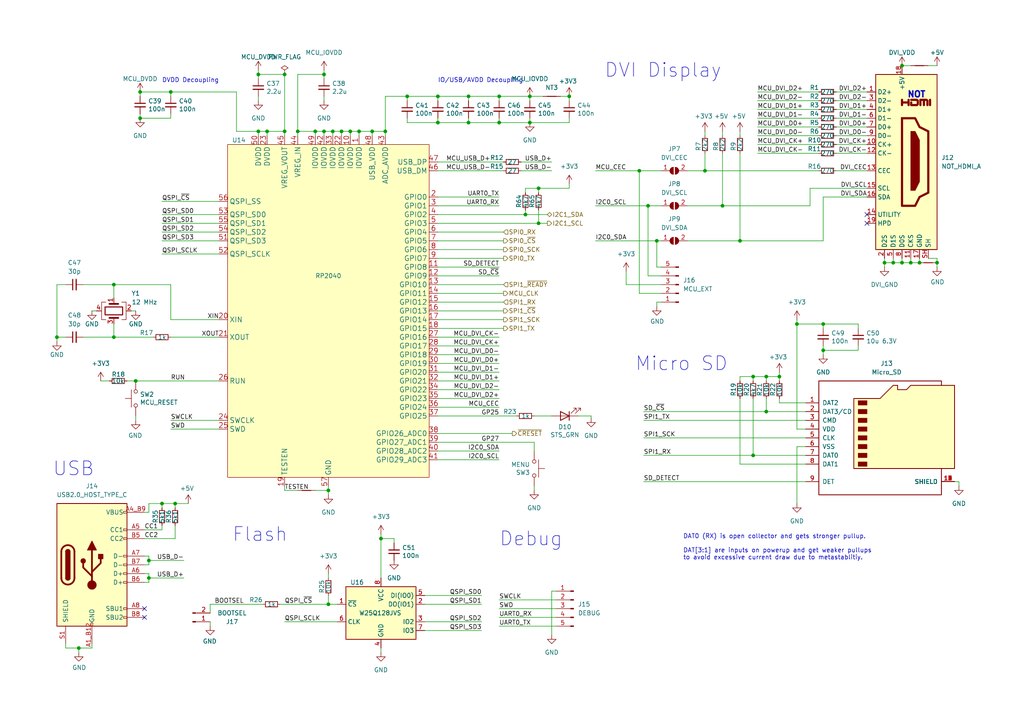
<source format=kicad_sch>
(kicad_sch (version 20211123) (generator eeschema)
  (paper "A4")
  (junction (at 101.6 38.1))
  (junction (at 93.98 21.59))
  (junction (at 74.93 21.59))
  (junction (at 238.76 93.98))
  (junction (at 77.47 38.1))
  (junction (at 218.44 109.22))
  (junction (at 43.18 162.56))
  (junction (at 231.14 93.98))
  (junction (at 144.78 35.56))
  (junction (at 86.36 38.1))
  (junction (at 271.78 76.2))
  (junction (at 127 35.56))
  (junction (at 39.37 110.49))
  (junction (at 118.11 27.94))
  (junction (at 185.42 49.53))
  (junction (at 127 27.94))
  (junction (at 264.16 76.2))
  (junction (at 152.4 62.23))
  (junction (at 95.25 142.24))
  (junction (at 22.86 187.96))
  (junction (at 204.47 49.53))
  (junction (at 33.02 82.55))
  (junction (at 218.44 132.08))
  (junction (at 49.53 26.67))
  (junction (at 135.89 35.56))
  (junction (at 16.51 97.79))
  (junction (at 214.63 69.85))
  (junction (at 153.67 27.94))
  (junction (at 82.55 38.1))
  (junction (at 40.64 26.67))
  (junction (at 96.52 38.1))
  (junction (at 135.89 27.94))
  (junction (at 74.93 38.1))
  (junction (at 238.76 101.6))
  (junction (at 110.49 156.21))
  (junction (at 259.08 76.2))
  (junction (at 256.54 76.2))
  (junction (at 187.96 59.69))
  (junction (at 95.25 175.26))
  (junction (at 222.25 109.22))
  (junction (at 33.02 97.79))
  (junction (at 111.76 38.1))
  (junction (at 209.55 59.69))
  (junction (at 266.7 76.2))
  (junction (at 50.8 146.05))
  (junction (at 46.99 146.05))
  (junction (at 99.06 38.1))
  (junction (at 261.62 19.05))
  (junction (at 165.1 27.94))
  (junction (at 261.62 76.2))
  (junction (at 156.21 54.61))
  (junction (at 222.25 119.38))
  (junction (at 153.67 35.56))
  (junction (at 190.5 69.85))
  (junction (at 156.21 64.77))
  (junction (at 82.55 21.59))
  (junction (at 93.98 38.1))
  (junction (at 43.18 167.64))
  (junction (at 226.06 109.22))
  (junction (at 144.78 27.94))
  (junction (at 104.14 38.1))
  (junction (at 107.95 38.1))
  (junction (at 40.64 34.29))
  (junction (at 91.44 38.1))
  (no_connect (at 251.46 62.23))
  (no_connect (at 251.46 64.77))
  (no_connect (at 41.91 176.53))
  (no_connect (at 41.91 179.07))
  (wire (pts (xy 153.67 27.94) (xy 153.67 29.21)))
  (wire (pts (xy 81.28 175.26) (xy 95.25 175.26)))
  (wire (pts (xy 111.76 27.94) (xy 111.76 38.1)))
  (wire (pts (xy 185.42 49.53) (xy 191.77 49.53)))
  (wire (pts (xy 41.91 156.21) (xy 50.8 156.21)))
  (wire (pts (xy 118.11 27.94) (xy 127 27.94)))
  (wire (pts (xy 156.21 60.96) (xy 156.21 64.77)))
  (wire (pts (xy 22.86 187.96) (xy 22.86 189.23)))
  (wire (pts (xy 127 87.63) (xy 146.05 87.63)))
  (wire (pts (xy 49.53 121.92) (xy 63.5 121.92)))
  (wire (pts (xy 39.37 110.49) (xy 63.5 110.49)))
  (wire (pts (xy 242.57 31.75) (xy 251.46 31.75)))
  (wire (pts (xy 226.06 109.22) (xy 226.06 110.49)))
  (wire (pts (xy 237.49 36.83) (xy 219.71 36.83)))
  (wire (pts (xy 127 59.69) (xy 144.78 59.69)))
  (wire (pts (xy 144.78 27.94) (xy 153.67 27.94)))
  (wire (pts (xy 60.96 180.34) (xy 60.96 181.61)))
  (wire (pts (xy 127 92.71) (xy 146.05 92.71)))
  (wire (pts (xy 49.53 124.46) (xy 63.5 124.46)))
  (wire (pts (xy 74.93 21.59) (xy 74.93 22.86)))
  (wire (pts (xy 256.54 76.2) (xy 256.54 77.47)))
  (wire (pts (xy 187.96 59.69) (xy 191.77 59.69)))
  (wire (pts (xy 101.6 38.1) (xy 99.06 38.1)))
  (wire (pts (xy 127 27.94) (xy 127 29.21)))
  (wire (pts (xy 191.77 80.01) (xy 187.96 80.01)))
  (wire (pts (xy 127 49.53) (xy 146.05 49.53)))
  (wire (pts (xy 95.25 167.64) (xy 95.25 166.37)))
  (wire (pts (xy 242.57 44.45) (xy 251.46 44.45)))
  (wire (pts (xy 237.49 44.45) (xy 219.71 44.45)))
  (wire (pts (xy 231.14 93.98) (xy 231.14 124.46)))
  (wire (pts (xy 127 110.49) (xy 144.78 110.49)))
  (wire (pts (xy 24.13 97.79) (xy 33.02 97.79)))
  (wire (pts (xy 127 67.31) (xy 146.05 67.31)))
  (wire (pts (xy 127 90.17) (xy 146.05 90.17)))
  (wire (pts (xy 151.13 46.99) (xy 160.02 46.99)))
  (wire (pts (xy 156.21 54.61) (xy 156.21 55.88)))
  (wire (pts (xy 49.53 82.55) (xy 49.53 92.71)))
  (wire (pts (xy 77.47 38.1) (xy 77.47 39.37)))
  (wire (pts (xy 127 85.09) (xy 146.05 85.09)))
  (wire (pts (xy 162.56 27.94) (xy 165.1 27.94)))
  (wire (pts (xy 269.24 74.93) (xy 271.78 74.93)))
  (wire (pts (xy 161.29 171.45) (xy 160.02 171.45)))
  (wire (pts (xy 271.78 74.93) (xy 271.78 76.2)))
  (wire (pts (xy 101.6 38.1) (xy 101.6 39.37)))
  (wire (pts (xy 127 74.93) (xy 146.05 74.93)))
  (wire (pts (xy 46.99 146.05) (xy 46.99 147.32)))
  (wire (pts (xy 248.92 93.98) (xy 248.92 95.25)))
  (wire (pts (xy 127 80.01) (xy 144.78 80.01)))
  (wire (pts (xy 24.13 82.55) (xy 33.02 82.55)))
  (wire (pts (xy 127 72.39) (xy 146.05 72.39)))
  (wire (pts (xy 43.18 146.05) (xy 43.18 148.59)))
  (wire (pts (xy 218.44 132.08) (xy 233.68 132.08)))
  (wire (pts (xy 40.64 26.67) (xy 49.53 26.67)))
  (wire (pts (xy 99.06 38.1) (xy 99.06 39.37)))
  (wire (pts (xy 185.42 85.09) (xy 185.42 49.53)))
  (wire (pts (xy 237.49 39.37) (xy 219.71 39.37)))
  (wire (pts (xy 135.89 27.94) (xy 144.78 27.94)))
  (wire (pts (xy 238.76 101.6) (xy 248.92 101.6)))
  (wire (pts (xy 238.76 69.85) (xy 238.76 57.15)))
  (wire (pts (xy 99.06 38.1) (xy 96.52 38.1)))
  (wire (pts (xy 111.76 38.1) (xy 107.95 38.1)))
  (wire (pts (xy 19.05 187.96) (xy 22.86 187.96)))
  (wire (pts (xy 234.95 54.61) (xy 251.46 54.61)))
  (wire (pts (xy 271.78 19.05) (xy 269.24 19.05)))
  (wire (pts (xy 127 105.41) (xy 144.78 105.41)))
  (wire (pts (xy 226.06 116.84) (xy 226.06 115.57)))
  (wire (pts (xy 214.63 134.62) (xy 233.68 134.62)))
  (wire (pts (xy 204.47 44.45) (xy 204.47 49.53)))
  (wire (pts (xy 237.49 31.75) (xy 219.71 31.75)))
  (wire (pts (xy 276.86 139.7) (xy 278.13 139.7)))
  (wire (pts (xy 152.4 54.61) (xy 156.21 54.61)))
  (wire (pts (xy 95.25 175.26) (xy 97.79 175.26)))
  (wire (pts (xy 214.63 69.85) (xy 238.76 69.85)))
  (wire (pts (xy 271.78 76.2) (xy 271.78 77.47)))
  (wire (pts (xy 139.7 182.88) (xy 123.19 182.88)))
  (wire (pts (xy 82.55 21.59) (xy 82.55 38.1)))
  (wire (pts (xy 41.91 161.29) (xy 43.18 161.29)))
  (wire (pts (xy 218.44 115.57) (xy 218.44 132.08)))
  (wire (pts (xy 127 102.87) (xy 144.78 102.87)))
  (wire (pts (xy 153.67 34.29) (xy 153.67 35.56)))
  (wire (pts (xy 110.49 156.21) (xy 110.49 167.64)))
  (wire (pts (xy 26.67 186.69) (xy 26.67 187.96)))
  (wire (pts (xy 153.67 35.56) (xy 144.78 35.56)))
  (wire (pts (xy 16.51 82.55) (xy 16.51 97.79)))
  (wire (pts (xy 49.53 26.67) (xy 68.58 26.67)))
  (wire (pts (xy 144.78 35.56) (xy 135.89 35.56)))
  (wire (pts (xy 110.49 154.94) (xy 110.49 156.21)))
  (wire (pts (xy 49.53 92.71) (xy 63.5 92.71)))
  (wire (pts (xy 222.25 109.22) (xy 222.25 110.49)))
  (wire (pts (xy 49.53 26.67) (xy 49.53 27.94)))
  (wire (pts (xy 144.78 179.07) (xy 161.29 179.07)))
  (wire (pts (xy 191.77 85.09) (xy 185.42 85.09)))
  (wire (pts (xy 46.99 153.67) (xy 46.99 152.4)))
  (wire (pts (xy 49.53 97.79) (xy 63.5 97.79)))
  (wire (pts (xy 209.55 59.69) (xy 234.95 59.69)))
  (wire (pts (xy 82.55 142.24) (xy 86.36 142.24)))
  (wire (pts (xy 127 35.56) (xy 118.11 35.56)))
  (wire (pts (xy 144.78 176.53) (xy 161.29 176.53)))
  (wire (pts (xy 41.91 163.83) (xy 43.18 163.83)))
  (wire (pts (xy 46.99 67.31) (xy 63.5 67.31)))
  (wire (pts (xy 107.95 38.1) (xy 107.95 39.37)))
  (wire (pts (xy 158.75 62.23) (xy 152.4 62.23)))
  (wire (pts (xy 186.69 119.38) (xy 222.25 119.38)))
  (wire (pts (xy 158.75 64.77) (xy 156.21 64.77)))
  (wire (pts (xy 95.25 140.97) (xy 95.25 142.24)))
  (wire (pts (xy 233.68 129.54) (xy 231.14 129.54)))
  (wire (pts (xy 181.61 82.55) (xy 181.61 78.74)))
  (wire (pts (xy 237.49 29.21) (xy 219.71 29.21)))
  (wire (pts (xy 16.51 97.79) (xy 19.05 97.79)))
  (wire (pts (xy 26.67 90.17) (xy 27.94 90.17)))
  (wire (pts (xy 209.55 44.45) (xy 209.55 59.69)))
  (wire (pts (xy 43.18 161.29) (xy 43.18 162.56)))
  (wire (pts (xy 86.36 21.59) (xy 93.98 21.59)))
  (wire (pts (xy 77.47 38.1) (xy 74.93 38.1)))
  (wire (pts (xy 172.72 49.53) (xy 185.42 49.53)))
  (wire (pts (xy 74.93 21.59) (xy 82.55 21.59)))
  (wire (pts (xy 160.02 171.45) (xy 160.02 184.15)))
  (wire (pts (xy 91.44 142.24) (xy 95.25 142.24)))
  (wire (pts (xy 41.91 148.59) (xy 43.18 148.59)))
  (wire (pts (xy 187.96 80.01) (xy 187.96 59.69)))
  (wire (pts (xy 214.63 39.37) (xy 214.63 38.1)))
  (wire (pts (xy 190.5 77.47) (xy 190.5 69.85)))
  (wire (pts (xy 165.1 34.29) (xy 165.1 35.56)))
  (wire (pts (xy 144.78 133.35) (xy 127 133.35)))
  (wire (pts (xy 261.62 74.93) (xy 261.62 76.2)))
  (wire (pts (xy 214.63 109.22) (xy 218.44 109.22)))
  (wire (pts (xy 29.21 110.49) (xy 31.75 110.49)))
  (wire (pts (xy 238.76 101.6) (xy 238.76 100.33)))
  (wire (pts (xy 68.58 26.67) (xy 68.58 38.1)))
  (wire (pts (xy 118.11 35.56) (xy 118.11 34.29)))
  (wire (pts (xy 234.95 59.69) (xy 234.95 54.61)))
  (wire (pts (xy 154.94 120.65) (xy 160.02 120.65)))
  (wire (pts (xy 49.53 34.29) (xy 40.64 34.29)))
  (wire (pts (xy 91.44 38.1) (xy 91.44 39.37)))
  (wire (pts (xy 60.96 175.26) (xy 60.96 177.8)))
  (wire (pts (xy 153.67 27.94) (xy 157.48 27.94)))
  (wire (pts (xy 222.25 119.38) (xy 233.68 119.38)))
  (wire (pts (xy 199.39 59.69) (xy 209.55 59.69)))
  (wire (pts (xy 199.39 49.53) (xy 204.47 49.53)))
  (wire (pts (xy 190.5 69.85) (xy 191.77 69.85)))
  (wire (pts (xy 152.4 60.96) (xy 152.4 62.23)))
  (wire (pts (xy 242.57 39.37) (xy 251.46 39.37)))
  (wire (pts (xy 214.63 44.45) (xy 214.63 69.85)))
  (wire (pts (xy 46.99 146.05) (xy 50.8 146.05)))
  (wire (pts (xy 139.7 180.34) (xy 123.19 180.34)))
  (wire (pts (xy 74.93 27.94) (xy 74.93 29.21)))
  (wire (pts (xy 186.69 132.08) (xy 218.44 132.08)))
  (wire (pts (xy 135.89 27.94) (xy 135.89 29.21)))
  (wire (pts (xy 46.99 62.23) (xy 63.5 62.23)))
  (wire (pts (xy 40.64 26.67) (xy 40.64 27.94)))
  (wire (pts (xy 264.16 74.93) (xy 264.16 76.2)))
  (wire (pts (xy 242.57 26.67) (xy 251.46 26.67)))
  (wire (pts (xy 135.89 34.29) (xy 135.89 35.56)))
  (wire (pts (xy 127 120.65) (xy 149.86 120.65)))
  (wire (pts (xy 127 69.85) (xy 146.05 69.85)))
  (wire (pts (xy 114.3 157.48) (xy 114.3 156.21)))
  (wire (pts (xy 33.02 82.55) (xy 33.02 86.36)))
  (wire (pts (xy 278.13 139.7) (xy 278.13 140.97)))
  (wire (pts (xy 93.98 38.1) (xy 91.44 38.1)))
  (wire (pts (xy 256.54 76.2) (xy 259.08 76.2)))
  (wire (pts (xy 256.54 74.93) (xy 256.54 76.2)))
  (wire (pts (xy 41.91 153.67) (xy 46.99 153.67)))
  (wire (pts (xy 237.49 34.29) (xy 219.71 34.29)))
  (wire (pts (xy 104.14 39.37) (xy 104.14 38.1)))
  (wire (pts (xy 43.18 162.56) (xy 53.34 162.56)))
  (wire (pts (xy 127 125.73) (xy 148.59 125.73)))
  (wire (pts (xy 93.98 38.1) (xy 93.98 39.37)))
  (wire (pts (xy 127 57.15) (xy 144.78 57.15)))
  (wire (pts (xy 127 97.79) (xy 144.78 97.79)))
  (wire (pts (xy 264.16 76.2) (xy 266.7 76.2)))
  (wire (pts (xy 110.49 156.21) (xy 114.3 156.21)))
  (wire (pts (xy 16.51 97.79) (xy 16.51 99.06)))
  (wire (pts (xy 214.63 134.62) (xy 214.63 115.57)))
  (wire (pts (xy 165.1 35.56) (xy 153.67 35.56)))
  (wire (pts (xy 43.18 167.64) (xy 43.18 168.91)))
  (wire (pts (xy 264.16 19.05) (xy 261.62 19.05)))
  (wire (pts (xy 222.25 109.22) (xy 226.06 109.22)))
  (wire (pts (xy 172.72 59.69) (xy 187.96 59.69)))
  (wire (pts (xy 238.76 102.87) (xy 238.76 101.6)))
  (wire (pts (xy 74.93 20.32) (xy 74.93 21.59)))
  (wire (pts (xy 222.25 115.57) (xy 222.25 119.38)))
  (wire (pts (xy 33.02 82.55) (xy 49.53 82.55)))
  (wire (pts (xy 231.14 92.71) (xy 231.14 93.98)))
  (wire (pts (xy 214.63 110.49) (xy 214.63 109.22)))
  (wire (pts (xy 233.68 116.84) (xy 226.06 116.84)))
  (wire (pts (xy 49.53 33.02) (xy 49.53 34.29)))
  (wire (pts (xy 46.99 64.77) (xy 63.5 64.77)))
  (wire (pts (xy 242.57 49.53) (xy 251.46 49.53)))
  (wire (pts (xy 191.77 87.63) (xy 190.5 87.63)))
  (wire (pts (xy 231.14 93.98) (xy 238.76 93.98)))
  (wire (pts (xy 152.4 62.23) (xy 127 62.23)))
  (wire (pts (xy 259.08 74.93) (xy 259.08 76.2)))
  (wire (pts (xy 110.49 187.96) (xy 110.49 189.23)))
  (wire (pts (xy 237.49 41.91) (xy 219.71 41.91)))
  (wire (pts (xy 22.86 187.96) (xy 26.67 187.96)))
  (wire (pts (xy 248.92 101.6) (xy 248.92 100.33)))
  (wire (pts (xy 231.14 129.54) (xy 231.14 146.05)))
  (wire (pts (xy 242.57 41.91) (xy 251.46 41.91)))
  (wire (pts (xy 46.99 58.42) (xy 63.5 58.42)))
  (wire (pts (xy 50.8 156.21) (xy 50.8 152.4)))
  (wire (pts (xy 43.18 166.37) (xy 43.18 167.64)))
  (wire (pts (xy 50.8 146.05) (xy 50.8 147.32)))
  (wire (pts (xy 60.96 175.26) (xy 76.2 175.26)))
  (wire (pts (xy 165.1 53.34) (xy 165.1 54.61)))
  (wire (pts (xy 86.36 38.1) (xy 86.36 21.59)))
  (wire (pts (xy 144.78 173.99) (xy 161.29 173.99)))
  (wire (pts (xy 167.64 120.65) (xy 171.45 120.65)))
  (wire (pts (xy 233.68 124.46) (xy 231.14 124.46)))
  (wire (pts (xy 172.72 69.85) (xy 190.5 69.85)))
  (wire (pts (xy 19.05 186.69) (xy 19.05 187.96)))
  (wire (pts (xy 19.05 82.55) (xy 16.51 82.55)))
  (wire (pts (xy 127 77.47) (xy 144.78 77.47)))
  (wire (pts (xy 127 115.57) (xy 144.78 115.57)))
  (wire (pts (xy 118.11 27.94) (xy 111.76 27.94)))
  (wire (pts (xy 151.13 49.53) (xy 160.02 49.53)))
  (wire (pts (xy 46.99 69.85) (xy 63.5 69.85)))
  (wire (pts (xy 41.91 166.37) (xy 43.18 166.37)))
  (wire (pts (xy 33.02 97.79) (xy 33.02 93.98)))
  (wire (pts (xy 156.21 54.61) (xy 165.1 54.61)))
  (wire (pts (xy 127 95.25) (xy 146.05 95.25)))
  (wire (pts (xy 238.76 95.25) (xy 238.76 93.98)))
  (wire (pts (xy 93.98 21.59) (xy 93.98 22.86)))
  (wire (pts (xy 199.39 69.85) (xy 214.63 69.85)))
  (wire (pts (xy 152.4 55.88) (xy 152.4 54.61)))
  (wire (pts (xy 186.69 127) (xy 233.68 127)))
  (wire (pts (xy 104.14 38.1) (xy 107.95 38.1)))
  (wire (pts (xy 82.55 140.97) (xy 82.55 142.24)))
  (wire (pts (xy 104.14 38.1) (xy 101.6 38.1)))
  (wire (pts (xy 139.7 175.26) (xy 123.19 175.26)))
  (wire (pts (xy 82.55 180.34) (xy 97.79 180.34)))
  (wire (pts (xy 127 113.03) (xy 144.78 113.03)))
  (wire (pts (xy 127 100.33) (xy 144.78 100.33)))
  (wire (pts (xy 86.36 39.37) (xy 86.36 38.1)))
  (wire (pts (xy 144.78 27.94) (xy 144.78 29.21)))
  (wire (pts (xy 41.91 168.91) (xy 43.18 168.91)))
  (wire (pts (xy 127 107.95) (xy 144.78 107.95)))
  (wire (pts (xy 237.49 26.67) (xy 219.71 26.67)))
  (wire (pts (xy 144.78 130.81) (xy 127 130.81)))
  (wire (pts (xy 111.76 39.37) (xy 111.76 38.1)))
  (wire (pts (xy 86.36 38.1) (xy 91.44 38.1)))
  (wire (pts (xy 218.44 109.22) (xy 222.25 109.22)))
  (wire (pts (xy 144.78 181.61) (xy 161.29 181.61)))
  (wire (pts (xy 186.69 139.7) (xy 233.68 139.7)))
  (wire (pts (xy 127 46.99) (xy 146.05 46.99)))
  (wire (pts (xy 226.06 107.95) (xy 226.06 109.22)))
  (wire (pts (xy 38.1 90.17) (xy 39.37 90.17)))
  (wire (pts (xy 43.18 146.05) (xy 46.99 146.05)))
  (wire (pts (xy 209.55 39.37) (xy 209.55 38.1)))
  (wire (pts (xy 242.57 36.83) (xy 251.46 36.83)))
  (wire (pts (xy 39.37 120.65) (xy 39.37 121.92)))
  (wire (pts (xy 68.58 38.1) (xy 74.93 38.1)))
  (wire (pts (xy 43.18 162.56) (xy 43.18 163.83)))
  (wire (pts (xy 266.7 74.93) (xy 266.7 76.2)))
  (wire (pts (xy 261.62 76.2) (xy 264.16 76.2)))
  (wire (pts (xy 242.57 29.21) (xy 251.46 29.21)))
  (wire (pts (xy 190.5 87.63) (xy 190.5 88.9)))
  (wire (pts (xy 127 34.29) (xy 127 35.56)))
  (wire (pts (xy 242.57 34.29) (xy 251.46 34.29)))
  (wire (pts (xy 191.77 82.55) (xy 181.61 82.55)))
  (wire (pts (xy 238.76 93.98) (xy 248.92 93.98)))
  (wire (pts (xy 204.47 49.53) (xy 237.49 49.53)))
  (wire (pts (xy 77.47 38.1) (xy 82.55 38.1)))
  (wire (pts (xy 127 128.27) (xy 154.94 128.27)))
  (wire (pts (xy 33.02 97.79) (xy 44.45 97.79)))
  (wire (pts (xy 118.11 29.21) (xy 118.11 27.94)))
  (wire (pts (xy 171.45 120.65) (xy 171.45 121.285)))
  (wire (pts (xy 46.99 73.66) (xy 63.5 73.66)))
  (wire (pts (xy 154.94 140.97) (xy 154.94 142.24)))
  (wire (pts (xy 218.44 109.22) (xy 218.44 110.49)))
  (wire (pts (xy 127 82.55) (xy 146.05 82.55)))
  (wire (pts (xy 165.1 27.94) (xy 165.1 29.21)))
  (wire (pts (xy 144.78 34.29) (xy 144.78 35.56)))
  (wire (pts (xy 238.76 57.15) (xy 251.46 57.15)))
  (wire (pts (xy 186.69 121.92) (xy 233.68 121.92)))
  (wire (pts (xy 96.52 38.1) (xy 96.52 39.37)))
  (wire (pts (xy 93.98 27.94) (xy 93.98 29.21)))
  (wire (pts (xy 74.93 38.1) (xy 74.93 39.37)))
  (wire (pts (xy 43.18 167.64) (xy 53.34 167.64)))
  (wire (pts (xy 154.94 128.27) (xy 154.94 130.81)))
  (wire (pts (xy 191.77 77.47) (xy 190.5 77.47)))
  (wire (pts (xy 204.47 39.37) (xy 204.47 38.1)))
  (wire (pts (xy 135.89 35.56) (xy 127 35.56)))
  (wire (pts (xy 127 118.11) (xy 144.78 118.11)))
  (wire (pts (xy 82.55 38.1) (xy 82.55 39.37)))
  (wire (pts (xy 40.64 33.02) (xy 40.64 34.29)))
  (wire (pts (xy 36.83 110.49) (xy 39.37 110.49)))
  (wire (pts (xy 95.25 142.24) (xy 95.25 143.51)))
  (wire (pts (xy 96.52 38.1) (xy 93.98 38.1)))
  (wire (pts (xy 139.7 172.72) (xy 123.19 172.72)))
  (wire (pts (xy 50.8 146.05) (xy 54.61 146.05)))
  (wire (pts (xy 93.98 20.32) (xy 93.98 21.59)))
  (wire (pts (xy 95.25 172.72) (xy 95.25 175.26)))
  (wire (pts (xy 259.08 76.2) (xy 261.62 76.2)))
  (wire (pts (xy 127 27.94) (xy 135.89 27.94)))
  (wire (pts (xy 156.21 64.77) (xy 127 64.77)))
  (text "IO/USB/AVDD Decoupling" (at 127 24.13 0) (effects (font (size 1.27 1.27)) (justify left bottom)))
  (text "DVI Display" (at 175.26 22.86 0) (effects (font (size 4 4)) (justify left bottom)))
  (text "Flash" (at 67.31 157.48 0) (effects (font (size 4 4)) (justify left bottom)))
  (text "DAT0 (RX) is open collector and gets stronger pullup.\n\nDAT[3:1] are inputs on powerup and get weaker pullups\nto avoid excessive current draw due to metastablitiy." (at 198.12 162.56 0) (effects (font (size 1.27 1.27)) (justify left bottom)))
  (text "Micro SD" (at 184.15 107.95 0) (effects (font (size 4 4)) (justify left bottom)))
  (text "Debug" (at 144.78 158.75 0) (effects (font (size 4 4)) (justify left bottom)))
  (text "USB" (at 15.24 138.43 0) (effects (font (size 4 4)) (justify left bottom)))
  (text "NOT" (at 268.605 28.575 180) (effects (font (size 1.75 1.75) (thickness 0.4) bold) (justify right bottom)))
  (text "DVDD Decoupling" (at 46.99 24.13 0) (effects (font (size 1.27 1.27)) (justify left bottom)))
  (label "QSPI_SCLK" (at 82.55 180.34 0))
  (label "I2C0_SCL" (at 172.72 59.69 0))
  (label "MCU_DVI_D2+" (at 219.71 26.67 0))
  (label "QSPI_SD2" (at 139.7 180.34 180))
  (label "MCU_DVI_CK+" (at 144.78 100.33 180))
  (label "MCU_DVI_D2-" (at 144.78 113.03 180))
  (label "I2C0_SDA" (at 172.72 69.85 0))
  (label "QSPI_SD1" (at 139.7 175.26 180))
  (label "MCU_CEC" (at 172.72 49.53 0))
  (label "SPI1_SCK" (at 186.69 127 0))
  (label "CC2" (at 41.91 156.21 0))
  (label "DVI_D1+" (at 251.46 31.75 180))
  (label "DVI_SDA" (at 251.46 57.15 180))
  (label "SWD" (at 49.53 124.46 0))
  (label "SWCLK" (at 144.78 173.99 0))
  (label "SWD" (at 144.78 176.53 0))
  (label "DVI_SCL" (at 251.46 54.61 180))
  (label "QSPI_SD0" (at 139.7 172.72 180))
  (label "MCU_DVI_D0+" (at 144.78 105.41 180))
  (label "QSPI_SD3" (at 139.7 182.88 180))
  (label "MCU_DVI_CK-" (at 144.78 97.79 180))
  (label "DVI_D1-" (at 251.46 34.29 180))
  (label "MCU_DVI_D2+" (at 144.78 115.57 180))
  (label "XOUT" (at 63.5 97.79 180))
  (label "DVI_D0+" (at 251.46 36.83 180))
  (label "SD_~{CS}" (at 186.69 119.38 0))
  (label "GP25" (at 144.78 120.65 180))
  (label "SD_DETECT" (at 186.69 139.7 0))
  (label "UART0_RX" (at 144.78 179.07 0))
  (label "SPI1_TX" (at 186.69 121.92 0))
  (label "DVI_D2-" (at 251.46 29.21 180))
  (label "BOOTSEL" (at 62.23 175.26 0))
  (label "TESTEN" (at 82.55 142.24 0))
  (label "UART0_RX" (at 144.78 59.69 180))
  (label "MCU_DVI_D1+" (at 219.71 31.75 0))
  (label "DVI_D0-" (at 251.46 39.37 180))
  (label "I2C0_SCL" (at 144.78 133.35 180))
  (label "MCU_DVI_D1+" (at 144.78 110.49 180))
  (label "SPI1_RX" (at 186.69 132.08 0))
  (label "MCU_CEC" (at 144.78 118.11 180))
  (label "MCU_DVI_D1-" (at 144.78 107.95 180))
  (label "MCU_USB_D+" (at 142.24 46.99 180))
  (label "I2C0_SDA" (at 144.78 130.81 180))
  (label "DVI_CK+" (at 251.46 41.91 180))
  (label "MCU_USB_D-" (at 142.24 49.53 180))
  (label "DVI_CEC" (at 251.46 49.53 180))
  (label "UART0_TX" (at 144.78 181.61 0))
  (label "USB_D+" (at 160.02 46.99 180))
  (label "CC1" (at 41.91 153.67 0))
  (label "SD_DETECT" (at 144.78 77.47 180))
  (label "UART0_TX" (at 144.78 57.15 180))
  (label "USB_D+" (at 53.34 167.64 180))
  (label "QSPI_SD0" (at 46.99 62.23 0))
  (label "QSPI_SD1" (at 46.99 64.77 0))
  (label "QSPI_SCLK" (at 46.99 73.66 0))
  (label "DVI_CK-" (at 251.46 44.45 180))
  (label "MCU_DVI_CK+" (at 219.71 41.91 0))
  (label "USB_D-" (at 160.02 49.53 180))
  (label "DVI_D2+" (at 251.46 26.67 180))
  (label "QSPI_SD3" (at 46.99 69.85 0))
  (label "MCU_DVI_D1-" (at 219.71 34.29 0))
  (label "MCU_DVI_D2-" (at 219.71 29.21 0))
  (label "QSPI_~{CS}" (at 82.55 175.26 0))
  (label "MCU_DVI_D0-" (at 144.78 102.87 180))
  (label "QSPI_~{CS}" (at 46.99 58.42 0))
  (label "SD_~{CS}" (at 144.78 80.01 180))
  (label "SWCLK" (at 49.53 121.92 0))
  (label "USB_D-" (at 53.34 162.56 180))
  (label "GP27" (at 144.78 128.27 180))
  (label "RUN" (at 49.53 110.49 0))
  (label "MCU_DVI_CK-" (at 219.71 44.45 0))
  (label "MCU_DVI_D0+" (at 219.71 36.83 0))
  (label "XIN" (at 63.5 92.71 180))
  (label "MCU_DVI_D0-" (at 219.71 39.37 0))
  (label "QSPI_SD2" (at 46.99 67.31 0))
  (hierarchical_label "MCU_CLK" (shape output) (at 146.05 85.09 0))
  (hierarchical_label "I2C1_SDA" (shape bidirectional) (at 158.75 62.23 0))
  (hierarchical_label "SPI1_TX" (shape output) (at 146.05 95.25 0))
  (hierarchical_label "SPI1_RX" (shape input) (at 146.05 87.63 0))
  (hierarchical_label "SPI0_TX" (shape output) (at 146.05 74.93 0))
  (hierarchical_label "I2C1_SCL" (shape output) (at 158.75 64.77 0))
  (hierarchical_label "SPI0_SCK" (shape output) (at 146.05 72.39 0))
  (hierarchical_label "SPI1_~{CS}" (shape output) (at 146.05 90.17 0))
  (hierarchical_label "SPI1_~{READY}" (shape input) (at 146.05 82.55 0))
  (hierarchical_label "~{CRESET}" (shape output) (at 148.59 125.73 0))
  (hierarchical_label "SPI1_SCK" (shape output) (at 146.05 92.71 0))
  (hierarchical_label "SPI0_~{CS}" (shape output) (at 146.05 69.85 0))
  (hierarchical_label "SPI0_RX" (shape input) (at 146.05 67.31 0))
  (symbol (lib_id "power:GND") (at 22.86 189.23 0) (unit 1)
    (property "Reference" "#PWR0166" (effects hide))
    (property "Value" "GND" (at 22.987 193.6242 0))
  )
  (symbol (lib_id "Device:NetTie_2") (at 88.9 142.24 0) (mirror y) (unit 1)
    (property "Reference" "NT5" (effects hide))
    (property "Value" "+3V3" (effects hide))
    (property "Footprint" "PET:NetTie-2_SMD_Pad_0.4_to_0.2mm" (effects hide))
  )
  (symbol (lib_id "power:GND") (at 39.37 121.92 0) (mirror y) (unit 1)
    (property "Reference" "#PWR074" (effects hide))
    (property "Value" "GND" (at 39.243 126.3142 0))
  )
  (symbol (lib_id "Device:R_Small") (at 240.03 41.91 90) (unit 1)
    (property "Reference" "R10" (at 236.22 40.64 90))
    (property "Value" "270" (at 240.03 41.91 90))
    (property "Footprint" "Resistor_SMD:R_0603_1608Metric" (effects hide))
    (property "LCSC" "C22966" (effects hide))
  )
  (symbol (lib_id "Device:C_Small") (at 127 31.75 0) (unit 1)
    (property "Reference" "C42" (at 129.3368 30.5816 0) (effects (justify left)))
    (property "Value" "100n" (at 129.3368 32.893 0) (effects (justify left)))
    (property "Footprint" "Capacitor_SMD:C_0402_1005Metric" (effects hide))
    (property "LCSC" "C1525" (effects hide))
  )
  (symbol (lib_id "Device:R_Small") (at 218.44 113.03 0) (unit 1)
    (property "Reference" "R20" (at 216.535 114.935 90) (effects (justify left)))
    (property "Value" "4k7" (at 218.44 114.935 90) (effects (justify left)))
    (property "Footprint" "Resistor_SMD:R_0402_1005Metric" (effects hide))
    (property "LCSC" "C25900" (effects hide))
  )
  (symbol (lib_id "Jumper:SolderJumper_2_Open") (at 195.58 69.85 0) (unit 1)
    (property "Reference" "JP9" (at 195.58 63.5 0))
    (property "Value" "DVI_SDA" (at 195.58 66.04 0))
    (property "Footprint" "Jumper:SolderJumper-2_P1.3mm_Open_RoundedPad1.0x1.5mm" (effects hide))
  )
  (symbol (lib_id "Device:C_Small") (at 21.59 97.79 90) (unit 1)
    (property "Reference" "C48" (at 21.5963 91.44 90))
    (property "Value" "30p" (at 21.5963 93.98 90))
    (property "Footprint" "Capacitor_SMD:C_0402_1005Metric" (effects hide))
    (property "LCSC" "C1570" (effects hide))
  )
  (symbol (lib_id "Device:C_Small") (at 114.3 160.02 0) (unit 1)
    (property "Reference" "C51" (at 116.6368 158.8516 0) (effects (justify left)))
    (property "Value" "100n" (at 116.6368 161.163 0) (effects (justify left)))
    (property "Footprint" "Capacitor_SMD:C_0402_1005Metric" (effects hide))
    (property "LCSC" "C1525" (effects hide))
  )
  (symbol (lib_id "power:GND") (at 95.25 143.51 0) (unit 1)
    (property "Reference" "#PWR0193" (effects hide))
    (property "Value" "GND" (at 95.25 148.59 0))
  )
  (symbol (lib_id "power:GND") (at 26.67 90.17 0) (unit 1)
    (property "Reference" "#PWR064" (effects hide))
    (property "Value" "GND" (at 26.67 93.98 0))
  )
  (symbol (lib_id "Device:C_Small") (at 165.1 31.75 0) (unit 1)
    (property "Reference" "C44" (at 167.4368 30.5816 0) (effects (justify left)))
    (property "Value" "100n" (at 167.4368 32.893 0) (effects (justify left)))
    (property "Footprint" "Capacitor_SMD:C_0402_1005Metric" (effects hide))
    (property "LCSC" "C1525" (effects hide))
  )
  (symbol (lib_id "Device:R_Small") (at 78.74 175.26 90) (unit 1)
    (property "Reference" "R26" (at 76.2 173.99 90) (effects (justify left)))
    (property "Value" "1k" (at 80.01 175.26 90) (effects (justify left)))
    (property "Footprint" "Resistor_SMD:R_0402_1005Metric" (effects hide))
    (property "LCSC" "C11702" (effects hide))
  )
  (symbol (lib_id "Device:R_Small") (at 240.03 36.83 90) (unit 1)
    (property "Reference" "R5" (at 236.22 35.56 90))
    (property "Value" "270" (at 240.03 36.83 90))
    (property "Footprint" "Resistor_SMD:R_0603_1608Metric" (effects hide))
    (property "LCSC" "C22966" (effects hide))
  )
  (symbol (lib_id "power:GND") (at 74.93 29.21 0) (unit 1)
    (property "Reference" "#PWR054" (effects hide))
    (property "Value" "GND" (at 74.93 34.29 0))
  )
  (symbol (lib_id "Device:R_Small") (at 204.47 41.91 0) (unit 1)
    (property "Reference" "R7" (at 202.565 43.815 90) (effects (justify left)))
    (property "Value" "2k2" (at 204.47 43.815 90) (effects (justify left)))
    (property "Footprint" "Resistor_SMD:R_0402_1005Metric" (effects hide))
    (property "LCSC" "C25879" (effects hide))
  )
  (symbol (lib_id "Device:NetTie_2") (at 160.02 27.94 0) (mirror y) (unit 1)
    (property "Reference" "NT3" (at 160.02 25.4 0))
    (property "Value" "+3V3" (effects hide))
    (property "Footprint" "PET:NetTie-2_SMD_Pad_0.4_to_0.2mm" (effects hide))
  )
  (symbol (lib_id "Device:C_Small") (at 21.59 82.55 90) (unit 1)
    (property "Reference" "C47" (at 21.5963 76.2 90))
    (property "Value" "30p" (at 21.5963 78.74 90))
    (property "Footprint" "Capacitor_SMD:C_0402_1005Metric" (effects hide))
    (property "LCSC" "C1570" (effects hide))
  )
  (symbol (lib_id "power:GND") (at 16.51 99.06 0) (unit 1)
    (property "Reference" "#PWR067" (effects hide))
    (property "Value" "GND" (at 16.51 102.87 0))
  )
  (symbol (lib_id "Retrocomputing:RP2040") (at 95.25 80.01 0) (unit 1)
    (property "Reference" "U14" (at 67.31 40.64 0) (effects (justify left)))
    (property "Value" "RP2040" (at 91.44 80.01 0) (effects (justify left)))
    (property "Footprint" "JLCPCB:LQFN-56_L7.0-W7.0-P0.4-EP" (effects hide))
    (property "Datasheet" "https://atta.szlcsc.com/upload/public/pdf/source/20210621/C2040_96F425825606B7957D87DD32E2512CA9.pdf" (effects hide))
    (property "LCSC" "C2040" (effects hide))
  )
  (symbol (lib_id "Connector:Conn_01x02_Male") (at 55.88 180.34 0) (mirror x) (unit 1)
    (property "Reference" "J17" (at 67.31 180.34 0))
    (property "Value" "BOOTSEL" (at 67.31 177.8 0))
    (property "Footprint" "Connector_PinHeader_2.54mm:PinHeader_1x02_P2.54mm_Vertical" (effects hide))
  )
  (symbol (lib_id "Device:R_Small") (at 240.03 31.75 90) (unit 1)
    (property "Reference" "R3" (at 236.22 30.48 90))
    (property "Value" "270" (at 240.03 31.75 90))
    (property "Footprint" "Resistor_SMD:R_0603_1608Metric" (effects hide))
    (property "LCSC" "C22966" (effects hide))
  )
  (symbol (lib_id "Device:LED") (at 163.83 120.65 180) (unit 1)
    (property "Reference" "D10" (at 163.83 123.825 0))
    (property "Value" "STS_GRN" (at 163.83 126.1364 0))
    (property "Footprint" "LED_SMD:LED_0603_1608Metric" (effects hide))
    (property "Datasheet" "https://datasheet.lcsc.com/lcsc/1811101510_Everlight-Elec-19-217-GHC-YR1S2-3T_C72043.pdf" (effects hide))
    (property "LCSC" "C72043" (effects hide))
  )
  (symbol (lib_id "PET:MCU_DVDD") (at 74.93 20.32 0) (unit 1)
    (property "Reference" "#PWR0205" (effects hide))
    (property "Value" "MCU_DVDD" (at 74.93 16.51 0))
  )
  (symbol (lib_id "Device:R_Small") (at 240.03 39.37 90) (unit 1)
    (property "Reference" "R6" (at 236.22 38.1 90))
    (property "Value" "270" (at 240.03 39.37 90))
    (property "Footprint" "Resistor_SMD:R_0603_1608Metric" (effects hide))
    (property "LCSC" "C22966" (effects hide))
  )
  (symbol (lib_id "Connector:Conn_01x05_Male") (at 196.85 82.55 180) (unit 1)
    (property "Reference" "J16" (at 198.12 81.2799 0) (effects (justify right)))
    (property "Value" "MCU_EXT" (at 198.12 83.8199 0) (effects (justify right)))
    (property "Footprint" "Connector_PinHeader_2.54mm:PinHeader_1x05_P2.54mm_Vertical" (effects hide))
  )
  (symbol (lib_id "power:+5V") (at 271.78 19.05 0) (mirror y) (unit 1)
    (property "Reference" "#PWR0168" (effects hide))
    (property "Value" "+5V" (at 271.78 15.24 0))
  )
  (symbol (lib_id "power:+5V") (at 214.63 38.1 0) (mirror y) (unit 1)
    (property "Reference" "#PWR062" (effects hide))
    (property "Value" "+5V" (at 214.249 33.7058 0))
  )
  (symbol (lib_id "Device:R_Small") (at 156.21 58.42 0) (unit 1)
    (property "Reference" "R65" (at 154.305 60.325 90) (effects (justify left)))
    (property "Value" "4k7" (at 156.21 60.325 90) (effects (justify left)))
    (property "Footprint" "Resistor_SMD:R_0402_1005Metric" (effects hide))
    (property "LCSC" "C25900" (effects hide))
  )
  (symbol (lib_id "Device:NetTie_2") (at 266.7 19.05 0) (mirror y) (unit 1)
    (property "Reference" "NT6" (effects hide))
    (property "Value" "+5V" (effects hide))
    (property "Footprint" "PET:NetTie-2_SMD_Pad_0.4_to_0.2mm" (effects hide))
  )
  (symbol (lib_id "Device:R_Small") (at 46.99 149.86 0) (unit 1)
    (property "Reference" "R35" (at 45.085 151.765 90) (effects (justify left)))
    (property "Value" "5k1" (at 46.99 151.765 90) (effects (justify left)))
    (property "Footprint" "Resistor_SMD:R_0402_1005Metric" (effects hide))
    (property "LCSC" "C25905" (effects hide))
  )
  (symbol (lib_id "Device:R_Small") (at 214.63 113.03 0) (unit 1)
    (property "Reference" "R19" (at 212.725 114.935 90) (effects (justify left)))
    (property "Value" "10k" (at 214.63 114.935 90) (effects (justify left)))
    (property "Footprint" "Resistor_SMD:R_0402_1005Metric" (effects hide))
    (property "LCSC" "C25744" (effects hide))
  )
  (symbol (lib_id "Jumper:SolderJumper_2_Open") (at 195.58 49.53 0) (unit 1)
    (property "Reference" "JP7" (at 195.58 43.18 0))
    (property "Value" "DVI_CEC" (at 195.58 45.72 0))
    (property "Footprint" "Jumper:SolderJumper-2_P1.3mm_Open_RoundedPad1.0x1.5mm" (effects hide))
  )
  (symbol (lib_id "power:+3V3") (at 231.14 92.71 0) (unit 1)
    (property "Reference" "#PWR066" (effects hide))
    (property "Value" "+3V3" (at 231.14 87.63 0))
  )
  (symbol (lib_id "power:GND") (at 40.64 34.29 0) (unit 1)
    (property "Reference" "#PWR058" (effects hide))
    (property "Value" "GND" (at 40.64 39.37 0))
  )
  (symbol (lib_id "Device:Crystal_GND24") (at 33.02 90.17 270) (unit 1)
    (property "Reference" "Y1" (at 39.37 85.09 90))
    (property "Value" "12 MHz" (at 41.91 87.63 90))
    (property "Footprint" "Crystal:Crystal_SMD_3225-4Pin_3.2x2.5mm" (effects hide))
    (property "Datasheet" "https://datasheet.lcsc.com/lcsc/2103291203_Yangxing-Tech-X322512MSB4SI_C9002.pdf" (effects hide))
    (property "LCSC" "C9002" (effects hide))
  )
  (symbol (lib_id "Jumper:SolderJumper_2_Open") (at 195.58 59.69 0) (unit 1)
    (property "Reference" "JP8" (at 195.58 53.34 0))
    (property "Value" "DVI_SCL" (at 195.58 55.88 0))
    (property "Footprint" "Jumper:SolderJumper-2_P1.3mm_Open_RoundedPad1.0x1.5mm" (effects hide))
  )
  (symbol (lib_id "power:PWR_FLAG") (at 82.55 21.59 0) (unit 1)
    (property "Reference" "#FLG0105" (effects hide))
    (property "Value" "PWR_FLAG" (at 82.55 16.51 0))
  )
  (symbol (lib_id "Device:C_Small") (at 238.76 97.79 0) (unit 1)
    (property "Reference" "C49" (at 241.0968 96.6216 0) (effects (justify left)))
    (property "Value" "100n" (at 241.0968 98.933 0) (effects (justify left)))
    (property "Footprint" "Capacitor_SMD:C_0402_1005Metric" (effects hide))
    (property "LCSC" "C1525" (effects hide))
  )
  (symbol (lib_id "Device:NetTie_2") (at 269.24 76.2 0) (mirror y) (unit 1)
    (property "Reference" "NT4" (effects hide))
    (property "Value" "GND" (effects hide))
    (property "Footprint" "PET:NetTie-2_SMD_Pad_0.4_to_0.2mm" (effects hide))
  )
  (symbol (lib_id "PET:MCU_DVDD") (at 40.64 26.67 0) (unit 1)
    (property "Reference" "#PWR0204" (effects hide))
    (property "Value" "MCU_DVDD" (at 40.64 22.86 0))
  )
  (symbol (lib_id "power:GND") (at 231.14 146.05 0) (unit 1)
    (property "Reference" "#PWR079" (effects hide))
    (property "Value" "GND" (at 231.14 151.13 0))
  )
  (symbol (lib_id "Device:R_Small") (at 152.4 120.65 90) (unit 1)
    (property "Reference" "R23" (at 149.86 119.38 90) (effects (justify left)))
    (property "Value" "1k" (at 153.67 120.65 90) (effects (justify left)))
    (property "Footprint" "Resistor_SMD:R_0402_1005Metric" (effects hide))
    (property "LCSC" "C11702" (effects hide))
  )
  (symbol (lib_id "Device:C_Small") (at 93.98 25.4 0) (unit 1)
    (property "Reference" "C38" (at 96.3168 24.2316 0) (effects (justify left)))
    (property "Value" "2.2u" (at 96.3168 26.543 0) (effects (justify left)))
    (property "Footprint" "Capacitor_SMD:C_0402_1005Metric" (effects hide))
    (property "LCSC" "C12530" (effects hide))
  )
  (symbol (lib_id "Device:R_Small") (at 214.63 41.91 0) (unit 1)
    (property "Reference" "R9" (at 212.725 43.815 90) (effects (justify left)))
    (property "Value" "2k2" (at 214.63 43.815 90) (effects (justify left)))
    (property "Footprint" "Resistor_SMD:R_0402_1005Metric" (effects hide))
    (property "LCSC" "C25879" (effects hide))
  )
  (symbol (lib_id "power:GND") (at 190.5 88.9 0) (unit 1)
    (property "Reference" "#PWR0172" (effects hide))
    (property "Value" "GND" (at 190.6143 93.2244 0))
  )
  (symbol (lib_id "power:GND") (at 93.98 29.21 0) (unit 1)
    (property "Reference" "#PWR057" (effects hide))
    (property "Value" "GND" (at 93.98 34.29 0))
  )
  (symbol (lib_id "Switch:SW_Push") (at 39.37 115.57 90) (unit 1)
    (property "Reference" "SW2" (at 40.5892 114.4016 90) (effects (justify right)))
    (property "Value" "MCU_RESET" (at 40.5892 116.713 90) (effects (justify right)))
    (property "Footprint" "Button_Switch_THT:SW_PUSH_6mm" (effects hide))
    (property "Datasheet" "https://datasheet.lcsc.com/lcsc/2001151032_SUNGMUN-STP-1243_C457531.pdf" (effects hide))
    (property "LCSC" "C457531" (effects hide))
    (property "Amazon" "https://smile.amazon.com/dp/B008DS188Y" (effects hide))
  )
  (symbol (lib_id "Device:R_Small") (at 240.03 49.53 90) (unit 1)
    (property "Reference" "R16" (at 236.22 48.26 90))
    (property "Value" "270" (at 240.03 49.53 90))
    (property "Footprint" "Resistor_SMD:R_0603_1608Metric" (effects hide))
    (property "LCSC" "C22966" (effects hide))
  )
  (symbol (lib_id "Device:R_Small") (at 209.55 41.91 0) (unit 1)
    (property "Reference" "R8" (at 207.645 43.815 90) (effects (justify left)))
    (property "Value" "2k2" (at 209.55 43.815 90) (effects (justify left)))
    (property "Footprint" "Resistor_SMD:R_0402_1005Metric" (effects hide))
    (property "LCSC" "C25879" (effects hide))
  )
  (symbol (lib_id "power:+3V3") (at 29.21 110.49 0) (unit 1)
    (property "Reference" "#PWR071" (effects hide))
    (property "Value" "+3V3" (at 29.21 105.41 0))
  )
  (symbol (lib_id "PET:MCU_IOVDD") (at 153.67 27.94 0) (unit 1)
    (property "Reference" "#PWR0207" (effects hide))
    (property "Value" "MCU_IOVDD" (at 153.67 22.86 0))
  )
  (symbol (lib_id "Device:R_Small") (at 226.06 113.03 0) (unit 1)
    (property "Reference" "R22" (at 224.155 114.935 90) (effects (justify left)))
    (property "Value" "10k" (at 226.06 114.935 90) (effects (justify left)))
    (property "Footprint" "Resistor_SMD:R_0402_1005Metric" (effects hide))
    (property "LCSC" "C25744" (effects hide))
  )
  (symbol (lib_id "Device:R_Small") (at 34.29 110.49 270) (unit 1)
    (property "Reference" "R18" (at 32.385 108.585 90) (effects (justify left)))
    (property "Value" "10k" (at 32.385 110.49 90) (effects (justify left)))
    (property "Footprint" "Resistor_SMD:R_0402_1005Metric" (effects hide))
    (property "LCSC" "C25744" (effects hide))
  )
  (symbol (lib_id "Device:R_Small") (at 222.25 113.03 0) (unit 1)
    (property "Reference" "R21" (at 220.345 114.935 90) (effects (justify left)))
    (property "Value" "10k" (at 222.25 114.935 90) (effects (justify left)))
    (property "Footprint" "Resistor_SMD:R_0402_1005Metric" (effects hide))
    (property "LCSC" "C25744" (effects hide))
  )
  (symbol (lib_id "Device:C_Small") (at 49.53 30.48 0) (unit 1)
    (property "Reference" "C40" (at 51.8668 29.3116 0) (effects (justify left)))
    (property "Value" "100n" (at 51.8668 31.623 0) (effects (justify left)))
    (property "Footprint" "Capacitor_SMD:C_0402_1005Metric" (effects hide))
    (property "LCSC" "C1525" (effects hide))
  )
  (symbol (lib_id "Device:R_Small") (at 148.59 49.53 90) (unit 1)
    (property "Reference" "R15" (at 146.05 48.26 90) (effects (justify left)))
    (property "Value" "27" (at 149.86 49.53 90) (effects (justify left)))
    (property "Footprint" "Resistor_SMD:R_0603_1608Metric" (effects hide))
    (property "LCSC" "C25190" (effects hide))
  )
  (symbol (lib_id "Device:C_Small") (at 248.92 97.79 0) (unit 1)
    (property "Reference" "C50" (at 251.2568 96.6216 0) (effects (justify left)))
    (property "Value" "10u 6.3V" (at 251.2568 98.933 0) (effects (justify left)))
    (property "Footprint" "Capacitor_SMD:C_0402_1005Metric" (effects hide))
    (property "LCSC" "C15525" (effects hide))
  )
  (symbol (lib_id "power:+5V") (at 209.55 38.1 0) (mirror y) (unit 1)
    (property "Reference" "#PWR061" (effects hide))
    (property "Value" "+5V" (at 209.169 33.7058 0))
  )
  (symbol (lib_id "JLCPCB:USB_C_Receptacle_USB2.0") (at 26.67 163.83 0) (unit 1)
    (property "Reference" "J14" (at 26.67 140.97 0))
    (property "Value" "USB2.0_HOST_TYPE_C" (at 26.67 143.51 0))
    (property "Footprint" "JLCPCB:USB-C_SMD-TYPE-C-31-M-12" (effects hide))
    (property "Datasheet" "https://www.usb.org/sites/default/files/documents/usb_type-c.zip" (effects hide))
    (property "LCSC" "C165948" (effects hide))
    (property "Spec" "https://www.usb.org/sites/default/files/documents/usb_type-c.zip" (effects hide))
  )
  (symbol (lib_id "Device:R_Small") (at 46.99 97.79 90) (unit 1)
    (property "Reference" "R17" (at 44.45 96.52 90) (effects (justify left)))
    (property "Value" "1k" (at 48.26 97.79 90) (effects (justify left)))
    (property "Footprint" "Resistor_SMD:R_0402_1005Metric" (effects hide))
    (property "LCSC" "C11702" (effects hide))
  )
  (symbol (lib_id "Connector:Micro_SD_Card_Det") (at 256.54 127 0) (unit 1)
    (property "Reference" "J13" (at 257.175 105.41 0))
    (property "Value" "Micro_SD" (at 257.175 107.95 0))
    (property "Footprint" "JLCPCB:SIM-SMD_8P-1040310811" (effects hide))
    (property "Datasheet" "https://datasheet.lcsc.com/lcsc/2011171806_MOLEX-1040310811_C585350.pdf" (effects hide))
    (property "LCSC" "C585350" (effects hide))
  )
  (symbol (lib_id "Device:C_Small") (at 118.11 31.75 0) (unit 1)
    (property "Reference" "C41" (at 120.4468 30.5816 0) (effects (justify left)))
    (property "Value" "100n" (at 120.4468 32.893 0) (effects (justify left)))
    (property "Footprint" "Capacitor_SMD:C_0402_1005Metric" (effects hide))
    (property "LCSC" "C1525" (effects hide))
  )
  (symbol (lib_id "power:+3V3") (at 165.1 53.34 0) (unit 1)
    (property "Reference" "#PWR0175" (effects hide))
    (property "Value" "+3V3" (at 165.1 48.26 0))
  )
  (symbol (lib_id "Device:R_Small") (at 240.03 29.21 90) (unit 1)
    (property "Reference" "R2" (at 236.22 27.94 90))
    (property "Value" "270" (at 240.03 29.21 90))
    (property "Footprint" "Resistor_SMD:R_0603_1608Metric" (effects hide))
    (property "LCSC" "C22966" (effects hide))
  )
  (symbol (lib_id "Device:R_Small") (at 240.03 44.45 90) (unit 1)
    (property "Reference" "R11" (at 236.22 43.18 90))
    (property "Value" "270" (at 240.03 44.45 90))
    (property "Footprint" "Resistor_SMD:R_0603_1608Metric" (effects hide))
    (property "LCSC" "C22966" (effects hide))
  )
  (symbol (lib_id "PET:MCU_IOVDD") (at 93.98 20.32 0) (unit 1)
    (property "Reference" "#PWR0206" (effects hide))
    (property "Value" "MCU_IOVDD" (at 93.98 15.24 0))
  )
  (symbol (lib_id "Device:C_Small") (at 74.93 25.4 0) (unit 1)
    (property "Reference" "C37" (at 77.2668 24.2316 0) (effects (justify left)))
    (property "Value" "2.2u" (at 77.2668 26.543 0) (effects (justify left)))
    (property "Footprint" "Capacitor_SMD:C_0402_1005Metric" (effects hide))
    (property "LCSC" "C12530" (effects hide))
  )
  (symbol (lib_id "Device:R_Small") (at 240.03 26.67 90) (unit 1)
    (property "Reference" "R1" (at 236.22 25.4 90))
    (property "Value" "270" (at 240.03 26.67 90))
    (property "Footprint" "Resistor_SMD:R_0603_1608Metric" (effects hide))
    (property "LCSC" "C22966" (effects hide))
  )
  (symbol (lib_id "power:GND") (at 60.96 181.61 0) (mirror y) (unit 1)
    (property "Reference" "#PWR087" (effects hide))
    (property "Value" "GND" (at 60.833 186.0042 0))
    (property "Footprint" "Connector_PinHeader_2.54mm:PinHeader_1x02_P2.54mm_Vertical" (effects hide))
  )
  (symbol (lib_id "power:GND") (at 160.02 184.15 0) (unit 1)
    (property "Reference" "#PWR086" (effects hide))
    (property "Value" "GND" (at 160.02 189.23 0))
  )
  (symbol (lib_id "Connector:HDMI_A") (at 261.62 46.99 0) (unit 1)
    (property "Reference" "J12" (at 273.05 45.72 0) (effects (justify left)))
    (property "Value" "NOT_HDMI_A" (at 273.05 48.26 0) (effects (justify left)))
    (property "Footprint" "Connector_HDMI:HDMI_A_Molex_208658-1001_Horizontal" (effects hide))
    (property "Datasheet" "https://en.wikipedia.org/wiki/HDMI" (effects hide))
    (property "LCSC" "C138388" (effects hide))
  )
  (symbol (lib_id "Connector:Conn_01x05_Male") (at 166.37 176.53 0) (mirror y) (unit 1)
    (property "Reference" "J15" (at 167.64 175.2599 0) (effects (justify right)))
    (property "Value" "DEBUG" (at 167.64 177.7999 0) (effects (justify right)))
    (property "Footprint" "Connector_PinHeader_2.54mm:PinHeader_1x05_P2.54mm_Vertical" (effects hide))
  )
  (symbol (lib_id "Device:R_Small") (at 148.59 46.99 90) (unit 1)
    (property "Reference" "R12" (at 146.05 45.72 90) (effects (justify left)))
    (property "Value" "27" (at 149.86 46.99 90) (effects (justify left)))
    (property "Footprint" "Resistor_SMD:R_0603_1608Metric" (effects hide))
    (property "LCSC" "C25190" (effects hide))
  )
  (symbol (lib_id "power:+3V3") (at 110.49 154.94 0) (unit 1)
    (property "Reference" "#PWR082" (effects hide))
    (property "Value" "+3V3" (at 110.49 149.86 0))
  )
  (symbol (lib_id "PET:DVI_GND") (at 256.54 77.47 0) (unit 1)
    (property "Reference" "#PWR0213" (effects hide))
    (property "Value" "DVI_GND" (at 256.54 82.55 0))
  )
  (symbol (lib_id "power:GND") (at 238.76 102.87 0) (unit 1)
    (property "Reference" "#PWR068" (effects hide))
    (property "Value" "GND" (at 238.76 107.95 0))
  )
  (symbol (lib_id "power:GND") (at 171.45 121.285 0) (unit 1)
    (property "Reference" "#PWR073" (effects hide))
    (property "Value" "GND" (at 171.45 126.365 0))
  )
  (symbol (lib_id "Switch:SW_Push") (at 154.94 135.89 270) (unit 1)
    (property "Reference" "SW3" (at 153.7208 137.0584 90) (effects (justify right)))
    (property "Value" "MENU" (at 153.7208 134.747 90) (effects (justify right)))
    (property "Footprint" "JLCPCB:KEY-TH_SKHLLBA010" (effects hide))
    (property "Datasheet" "https://datasheet.lcsc.com/lcsc/1809051332_ALPSALPINE-SKHLLAA010_C139765.pdf" (effects hide))
    (property "LCSC" "C139765" (effects hide))
    (property "AliExpress" "https://www.aliexpress.us/item/2251832705063661.html" (effects hide))
  )
  (symbol (lib_id "power:GND") (at 39.37 90.17 0) (unit 1)
    (property "Reference" "#PWR065" (effects hide))
    (property "Value" "GND" (at 39.37 93.98 0))
  )
  (symbol (lib_id "power:GND") (at 110.49 189.23 0) (unit 1)
    (property "Reference" "#PWR089" (effects hide))
    (property "Value" "GND" (at 110.49 194.31 0))
  )
  (symbol (lib_id "Device:R_Small") (at 152.4 58.42 0) (unit 1)
    (property "Reference" "R64" (at 150.495 60.325 90) (effects (justify left)))
    (property "Value" "4k7" (at 152.4 60.325 90) (effects (justify left)))
    (property "Footprint" "Resistor_SMD:R_0402_1005Metric" (effects hide))
    (property "LCSC" "C25900" (effects hide))
  )
  (symbol (lib_id "power:+3V3") (at 226.06 107.95 0) (mirror y) (unit 1)
    (property "Reference" "#PWR072" (effects hide))
    (property "Value" "+3V3" (at 225.679 103.5558 0))
  )
  (symbol (lib_id "power:GND") (at 271.78 77.47 0) (unit 1)
    (property "Reference" "#PWR0215" (effects hide))
    (property "Value" "GND" (at 271.8943 81.7944 0))
  )
  (symbol (lib_id "Device:C_Small") (at 144.78 31.75 0) (unit 1)
    (property "Reference" "C46" (at 147.1168 30.5816 0) (effects (justify left)))
    (property "Value" "100n" (at 147.1168 32.893 0) (effects (justify left)))
    (property "Footprint" "Capacitor_SMD:C_0402_1005Metric" (effects hide))
    (property "LCSC" "C1525" (effects hide))
  )
  (symbol (lib_id "Device:R_Small") (at 240.03 34.29 90) (unit 1)
    (property "Reference" "R4" (at 236.22 33.02 90))
    (property "Value" "270" (at 240.03 34.29 90))
    (property "Footprint" "Resistor_SMD:R_0603_1608Metric" (effects hide))
    (property "LCSC" "C22966" (effects hide))
  )
  (symbol (lib_id "power:+3V3") (at 165.1 27.94 0) (mirror y) (unit 1)
    (property "Reference" "#PWR0192" (effects hide))
    (property "Value" "+3V3" (at 164.719 23.5458 0))
  )
  (symbol (lib_id "Device:C_Small") (at 153.67 31.75 0) (unit 1)
    (property "Reference" "C45" (at 156.0068 30.5816 0) (effects (justify left)))
    (property "Value" "100n" (at 156.0068 32.893 0) (effects (justify left)))
    (property "Footprint" "Capacitor_SMD:C_0402_1005Metric" (effects hide))
    (property "LCSC" "C1525" (effects hide))
  )
  (symbol (lib_id "power:+3V3") (at 204.47 38.1 0) (mirror y) (unit 1)
    (property "Reference" "#PWR060" (effects hide))
    (property "Value" "+3V3" (at 204.089 33.7058 0))
  )
  (symbol (lib_id "power:GND") (at 154.94 142.24 0) (unit 1)
    (property "Reference" "#PWR0167" (effects hide))
    (property "Value" "GND" (at 154.94 147.32 0))
  )
  (symbol (lib_id "power:GND") (at 114.3 162.56 0) (unit 1)
    (property "Reference" "#PWR083" (effects hide))
    (property "Value" "GND" (at 114.3 167.64 0))
  )
  (symbol (lib_id "power:+3V3") (at 181.61 78.74 0) (unit 1)
    (property "Reference" "#PWR0171" (effects hide))
    (property "Value" "+3V3" (at 181.61 73.66 0))
  )
  (symbol (lib_id "PET:DVI_VDD") (at 261.62 19.05 0) (unit 1)
    (property "Reference" "#PWR0214" (effects hide))
    (property "Value" "DVI_VDD" (at 261.62 15.24 0))
  )
  (symbol (lib_id "Device:R_Small") (at 95.25 170.18 0) (unit 1)
    (property "Reference" "R25" (at 93.345 172.085 90) (effects (justify left)))
    (property "Value" "10k" (at 95.25 172.085 90) (effects (justify left)))
    (property "Footprint" "Resistor_SMD:R_0402_1005Metric" (effects hide))
    (property "LCSC" "C25744" (effects hide))
  )
  (symbol (lib_id "power:GND") (at 153.67 35.56 0) (unit 1)
    (property "Reference" "#PWR059" (effects hide))
    (property "Value" "GND" (at 153.67 40.64 0))
  )
  (symbol (lib_id "Device:R_Small") (at 50.8 149.86 0) (unit 1)
    (property "Reference" "R36" (at 48.895 151.765 90) (effects (justify left)))
    (property "Value" "5k1" (at 50.8 151.765 90) (effects (justify left)))
    (property "Footprint" "Resistor_SMD:R_0402_1005Metric" (effects hide))
    (property "LCSC" "C25905" (effects hide))
  )
  (symbol (lib_id "Memory_Flash:W25Q128JVS") (at 110.49 177.8 0) (unit 1)
    (property "Reference" "U16" (at 101.6 168.91 0) (effects (justify left)))
    (property "Value" "W25Q128JVS" (at 104.14 177.8 0) (effects (justify left)))
    (property "Footprint" "Package_SO:SOIC-8_5.23x5.23mm_P1.27mm" (effects hide))
    (property "Datasheet" "http://www.winbond.com/resource-files/w25q128jv_dtr%20revc%2003272018%20plus.pdf" (effects hide))
    (property "LCSC" "C97521" (effects hide))
  )
  (symbol (lib_id "Device:C_Small") (at 40.64 30.48 0) (unit 1)
    (property "Reference" "C39" (at 42.9768 29.3116 0) (effects (justify left)))
    (property "Value" "100n" (at 42.9768 31.623 0) (effects (justify left)))
    (property "Footprint" "Capacitor_SMD:C_0402_1005Metric" (effects hide))
    (property "LCSC" "C1525" (effects hide))
  )
  (symbol (lib_id "power:+3V3") (at 95.25 166.37 0) (unit 1)
    (property "Reference" "#PWR084" (effects hide))
    (property "Value" "+3V3" (at 95.25 161.29 0))
  )
  (symbol (lib_id "power:GND") (at 278.13 140.97 0) (unit 1)
    (property "Reference" "#PWR077" (effects hide))
    (property "Value" "GND" (at 278.13 146.05 0))
  )
  (symbol (lib_id "power:+5V") (at 54.61 146.05 0) (mirror y) (unit 1)
    (property "Reference" "#PWR085" (effects hide))
    (property "Value" "+5V" (at 54.229 141.6558 0))
  )
  (symbol (lib_id "Device:C_Small") (at 135.89 31.75 0) (unit 1)
    (property "Reference" "C43" (at 138.2268 30.5816 0) (effects (justify left)))
    (property "Value" "100n" (at 138.2268 32.893 0) (effects (justify left)))
    (property "Footprint" "Capacitor_SMD:C_0402_1005Metric" (effects hide))
    (property "LCSC" "C1525" (effects hide))
  )
)
</source>
